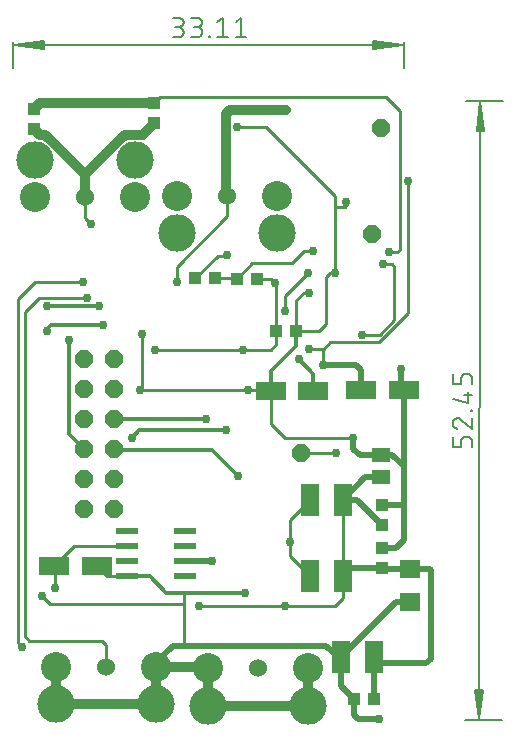
<source format=gbr>
G04 EAGLE Gerber RS-274X export*
G04 #@! %TF.Part,Single*
G04 #@! %TF.FileFunction,Copper,L1,Top,Mixed*
G04 #@! %TF.FilePolarity,Positive*
G04 #@! %TF.GenerationSoftware,Autodesk,EAGLE,9.1.0*
G04 #@! %TF.CreationDate,2018-07-26T08:16:40Z*
G75*
%MOMM*%
%FSLAX34Y34*%
%LPD*%
%AMOC8*
5,1,8,0,0,1.08239X$1,22.5*%
G01*
%ADD10C,0.130000*%
%ADD11C,0.152400*%
%ADD12R,1.968500X0.599100*%
%ADD13R,1.600000X2.700000*%
%ADD14R,1.500000X1.300000*%
%ADD15R,1.100000X1.000000*%
%ADD16R,1.000000X1.100000*%
%ADD17R,2.600000X1.600000*%
%ADD18R,1.800000X1.600000*%
%ADD19P,1.649562X8X202.500000*%
%ADD20P,1.649562X8X22.500000*%
%ADD21P,1.649562X8X112.500000*%
%ADD22C,1.524000*%
%ADD23C,2.540000*%
%ADD24C,3.175000*%
%ADD25C,0.756400*%
%ADD26C,0.254000*%
%ADD27C,0.304800*%
%ADD28C,0.508000*%
%ADD29C,0.812800*%


D10*
X9421Y709248D02*
X9421Y687051D01*
X340510Y687051D02*
X340510Y709248D01*
X339860Y706551D02*
X10071Y706551D01*
X35421Y709744D01*
X35421Y703359D01*
X10071Y706551D01*
X35421Y707851D01*
X35421Y705251D02*
X10071Y706551D01*
X35421Y709151D01*
X35421Y703951D02*
X10071Y706551D01*
X314510Y709744D02*
X339860Y706551D01*
X314510Y709744D02*
X314510Y703359D01*
X339860Y706551D01*
X314510Y707851D01*
X314510Y705251D02*
X339860Y706551D01*
X314510Y709151D01*
X314510Y703951D02*
X339860Y706551D01*
D11*
X149270Y713058D02*
X144755Y713058D01*
X149270Y713058D02*
X149403Y713060D01*
X149535Y713066D01*
X149667Y713076D01*
X149799Y713089D01*
X149931Y713107D01*
X150061Y713128D01*
X150192Y713153D01*
X150321Y713182D01*
X150449Y713215D01*
X150577Y713251D01*
X150703Y713291D01*
X150828Y713335D01*
X150952Y713383D01*
X151074Y713434D01*
X151195Y713489D01*
X151314Y713547D01*
X151432Y713609D01*
X151547Y713674D01*
X151661Y713743D01*
X151772Y713814D01*
X151881Y713890D01*
X151988Y713968D01*
X152093Y714049D01*
X152195Y714134D01*
X152295Y714221D01*
X152392Y714311D01*
X152487Y714404D01*
X152578Y714500D01*
X152667Y714598D01*
X152753Y714699D01*
X152836Y714803D01*
X152916Y714909D01*
X152992Y715017D01*
X153066Y715127D01*
X153136Y715240D01*
X153203Y715354D01*
X153266Y715471D01*
X153326Y715589D01*
X153383Y715709D01*
X153436Y715831D01*
X153485Y715954D01*
X153531Y716078D01*
X153573Y716204D01*
X153611Y716331D01*
X153646Y716459D01*
X153677Y716588D01*
X153704Y716717D01*
X153727Y716848D01*
X153747Y716979D01*
X153762Y717111D01*
X153774Y717243D01*
X153782Y717375D01*
X153786Y717508D01*
X153786Y717640D01*
X153782Y717773D01*
X153774Y717905D01*
X153762Y718037D01*
X153747Y718169D01*
X153727Y718300D01*
X153704Y718431D01*
X153677Y718560D01*
X153646Y718689D01*
X153611Y718817D01*
X153573Y718944D01*
X153531Y719070D01*
X153485Y719194D01*
X153436Y719317D01*
X153383Y719439D01*
X153326Y719559D01*
X153266Y719677D01*
X153203Y719794D01*
X153136Y719908D01*
X153066Y720021D01*
X152992Y720131D01*
X152916Y720239D01*
X152836Y720345D01*
X152753Y720449D01*
X152667Y720550D01*
X152578Y720648D01*
X152487Y720744D01*
X152392Y720837D01*
X152295Y720927D01*
X152195Y721014D01*
X152093Y721099D01*
X151988Y721180D01*
X151881Y721258D01*
X151772Y721334D01*
X151661Y721405D01*
X151547Y721474D01*
X151432Y721539D01*
X151314Y721601D01*
X151195Y721659D01*
X151074Y721714D01*
X150952Y721765D01*
X150828Y721813D01*
X150703Y721857D01*
X150577Y721897D01*
X150449Y721933D01*
X150321Y721966D01*
X150192Y721995D01*
X150061Y722020D01*
X149931Y722041D01*
X149799Y722059D01*
X149667Y722072D01*
X149535Y722082D01*
X149403Y722088D01*
X149270Y722090D01*
X150173Y729314D02*
X144755Y729314D01*
X150173Y729314D02*
X150292Y729312D01*
X150412Y729306D01*
X150531Y729296D01*
X150649Y729282D01*
X150768Y729265D01*
X150885Y729243D01*
X151002Y729218D01*
X151117Y729188D01*
X151232Y729155D01*
X151346Y729118D01*
X151458Y729078D01*
X151569Y729033D01*
X151678Y728985D01*
X151786Y728934D01*
X151892Y728879D01*
X151996Y728820D01*
X152098Y728758D01*
X152198Y728693D01*
X152296Y728624D01*
X152392Y728552D01*
X152485Y728477D01*
X152575Y728400D01*
X152663Y728319D01*
X152748Y728235D01*
X152830Y728148D01*
X152910Y728059D01*
X152986Y727967D01*
X153060Y727873D01*
X153130Y727776D01*
X153197Y727678D01*
X153261Y727577D01*
X153321Y727473D01*
X153378Y727368D01*
X153431Y727261D01*
X153481Y727153D01*
X153527Y727043D01*
X153569Y726931D01*
X153608Y726818D01*
X153643Y726704D01*
X153674Y726589D01*
X153702Y726472D01*
X153725Y726355D01*
X153745Y726238D01*
X153761Y726119D01*
X153773Y726000D01*
X153781Y725881D01*
X153785Y725762D01*
X153785Y725642D01*
X153781Y725523D01*
X153773Y725404D01*
X153761Y725285D01*
X153745Y725166D01*
X153725Y725049D01*
X153702Y724932D01*
X153674Y724815D01*
X153643Y724700D01*
X153608Y724586D01*
X153569Y724473D01*
X153527Y724361D01*
X153481Y724251D01*
X153431Y724143D01*
X153378Y724036D01*
X153321Y723931D01*
X153261Y723827D01*
X153197Y723726D01*
X153130Y723628D01*
X153060Y723531D01*
X152986Y723437D01*
X152910Y723345D01*
X152830Y723256D01*
X152748Y723169D01*
X152663Y723085D01*
X152575Y723004D01*
X152485Y722927D01*
X152392Y722852D01*
X152296Y722780D01*
X152198Y722711D01*
X152098Y722646D01*
X151996Y722584D01*
X151892Y722525D01*
X151786Y722470D01*
X151678Y722419D01*
X151569Y722371D01*
X151458Y722326D01*
X151346Y722286D01*
X151232Y722249D01*
X151117Y722216D01*
X151002Y722186D01*
X150885Y722161D01*
X150768Y722139D01*
X150649Y722122D01*
X150531Y722108D01*
X150412Y722098D01*
X150292Y722092D01*
X150173Y722090D01*
X150173Y722089D02*
X146561Y722089D01*
X160386Y713058D02*
X164901Y713058D01*
X165034Y713060D01*
X165166Y713066D01*
X165298Y713076D01*
X165430Y713089D01*
X165562Y713107D01*
X165692Y713128D01*
X165823Y713153D01*
X165952Y713182D01*
X166080Y713215D01*
X166208Y713251D01*
X166334Y713291D01*
X166459Y713335D01*
X166583Y713383D01*
X166705Y713434D01*
X166826Y713489D01*
X166945Y713547D01*
X167063Y713609D01*
X167178Y713674D01*
X167292Y713743D01*
X167403Y713814D01*
X167512Y713890D01*
X167619Y713968D01*
X167724Y714049D01*
X167826Y714134D01*
X167926Y714221D01*
X168023Y714311D01*
X168118Y714404D01*
X168209Y714500D01*
X168298Y714598D01*
X168384Y714699D01*
X168467Y714803D01*
X168547Y714909D01*
X168623Y715017D01*
X168697Y715127D01*
X168767Y715240D01*
X168834Y715354D01*
X168897Y715471D01*
X168957Y715589D01*
X169014Y715709D01*
X169067Y715831D01*
X169116Y715954D01*
X169162Y716078D01*
X169204Y716204D01*
X169242Y716331D01*
X169277Y716459D01*
X169308Y716588D01*
X169335Y716717D01*
X169358Y716848D01*
X169378Y716979D01*
X169393Y717111D01*
X169405Y717243D01*
X169413Y717375D01*
X169417Y717508D01*
X169417Y717640D01*
X169413Y717773D01*
X169405Y717905D01*
X169393Y718037D01*
X169378Y718169D01*
X169358Y718300D01*
X169335Y718431D01*
X169308Y718560D01*
X169277Y718689D01*
X169242Y718817D01*
X169204Y718944D01*
X169162Y719070D01*
X169116Y719194D01*
X169067Y719317D01*
X169014Y719439D01*
X168957Y719559D01*
X168897Y719677D01*
X168834Y719794D01*
X168767Y719908D01*
X168697Y720021D01*
X168623Y720131D01*
X168547Y720239D01*
X168467Y720345D01*
X168384Y720449D01*
X168298Y720550D01*
X168209Y720648D01*
X168118Y720744D01*
X168023Y720837D01*
X167926Y720927D01*
X167826Y721014D01*
X167724Y721099D01*
X167619Y721180D01*
X167512Y721258D01*
X167403Y721334D01*
X167292Y721405D01*
X167178Y721474D01*
X167063Y721539D01*
X166945Y721601D01*
X166826Y721659D01*
X166705Y721714D01*
X166583Y721765D01*
X166459Y721813D01*
X166334Y721857D01*
X166208Y721897D01*
X166080Y721933D01*
X165952Y721966D01*
X165823Y721995D01*
X165692Y722020D01*
X165562Y722041D01*
X165430Y722059D01*
X165298Y722072D01*
X165166Y722082D01*
X165034Y722088D01*
X164901Y722090D01*
X165805Y729314D02*
X160386Y729314D01*
X165805Y729314D02*
X165924Y729312D01*
X166044Y729306D01*
X166163Y729296D01*
X166281Y729282D01*
X166400Y729265D01*
X166517Y729243D01*
X166634Y729218D01*
X166749Y729188D01*
X166864Y729155D01*
X166978Y729118D01*
X167090Y729078D01*
X167201Y729033D01*
X167310Y728985D01*
X167418Y728934D01*
X167524Y728879D01*
X167628Y728820D01*
X167730Y728758D01*
X167830Y728693D01*
X167928Y728624D01*
X168024Y728552D01*
X168117Y728477D01*
X168207Y728400D01*
X168295Y728319D01*
X168380Y728235D01*
X168462Y728148D01*
X168542Y728059D01*
X168618Y727967D01*
X168692Y727873D01*
X168762Y727776D01*
X168829Y727678D01*
X168893Y727577D01*
X168953Y727473D01*
X169010Y727368D01*
X169063Y727261D01*
X169113Y727153D01*
X169159Y727043D01*
X169201Y726931D01*
X169240Y726818D01*
X169275Y726704D01*
X169306Y726589D01*
X169334Y726472D01*
X169357Y726355D01*
X169377Y726238D01*
X169393Y726119D01*
X169405Y726000D01*
X169413Y725881D01*
X169417Y725762D01*
X169417Y725642D01*
X169413Y725523D01*
X169405Y725404D01*
X169393Y725285D01*
X169377Y725166D01*
X169357Y725049D01*
X169334Y724932D01*
X169306Y724815D01*
X169275Y724700D01*
X169240Y724586D01*
X169201Y724473D01*
X169159Y724361D01*
X169113Y724251D01*
X169063Y724143D01*
X169010Y724036D01*
X168953Y723931D01*
X168893Y723827D01*
X168829Y723726D01*
X168762Y723628D01*
X168692Y723531D01*
X168618Y723437D01*
X168542Y723345D01*
X168462Y723256D01*
X168380Y723169D01*
X168295Y723085D01*
X168207Y723004D01*
X168117Y722927D01*
X168024Y722852D01*
X167928Y722780D01*
X167830Y722711D01*
X167730Y722646D01*
X167628Y722584D01*
X167524Y722525D01*
X167418Y722470D01*
X167310Y722419D01*
X167201Y722371D01*
X167090Y722326D01*
X166978Y722286D01*
X166864Y722249D01*
X166749Y722216D01*
X166634Y722186D01*
X166517Y722161D01*
X166400Y722139D01*
X166281Y722122D01*
X166163Y722108D01*
X166044Y722098D01*
X165924Y722092D01*
X165805Y722090D01*
X165805Y722089D02*
X162192Y722089D01*
X175392Y713961D02*
X175392Y713058D01*
X175392Y713961D02*
X176295Y713961D01*
X176295Y713058D01*
X175392Y713058D01*
X182270Y725702D02*
X186785Y729314D01*
X186785Y713058D01*
X182270Y713058D02*
X191301Y713058D01*
X197901Y725702D02*
X202416Y729314D01*
X202416Y713058D01*
X197901Y713058D02*
X206932Y713058D01*
D10*
X391653Y134838D02*
X423277Y134757D01*
X424622Y659277D02*
X392999Y659358D01*
X405121Y658677D02*
X403778Y135457D01*
X400651Y160815D01*
X407036Y160799D01*
X403778Y135457D01*
X402543Y160810D01*
X405143Y160803D02*
X403778Y135457D01*
X401243Y160813D01*
X406443Y160800D02*
X403778Y135457D01*
X401863Y633335D02*
X405121Y658677D01*
X401863Y633335D02*
X408248Y633319D01*
X405121Y658677D01*
X403756Y633330D01*
X406356Y633323D02*
X405121Y658677D01*
X402456Y633333D01*
X407656Y633320D02*
X405121Y658677D01*
D11*
X397882Y371355D02*
X397863Y365936D01*
X397882Y371354D02*
X397880Y371473D01*
X397875Y371591D01*
X397866Y371709D01*
X397853Y371826D01*
X397836Y371943D01*
X397815Y372059D01*
X397790Y372175D01*
X397762Y372290D01*
X397730Y372403D01*
X397694Y372516D01*
X397655Y372628D01*
X397612Y372738D01*
X397565Y372846D01*
X397515Y372953D01*
X397461Y373059D01*
X397404Y373162D01*
X397344Y373264D01*
X397280Y373363D01*
X397213Y373461D01*
X397143Y373556D01*
X397070Y373649D01*
X396994Y373739D01*
X396915Y373827D01*
X396833Y373912D01*
X396748Y373995D01*
X396661Y374074D01*
X396571Y374151D01*
X396479Y374225D01*
X396384Y374296D01*
X396287Y374363D01*
X396188Y374428D01*
X396087Y374489D01*
X395984Y374547D01*
X395879Y374601D01*
X395772Y374652D01*
X395664Y374699D01*
X395554Y374743D01*
X395443Y374783D01*
X395331Y374820D01*
X395217Y374853D01*
X395102Y374882D01*
X394987Y374907D01*
X394871Y374929D01*
X394754Y374946D01*
X394637Y374960D01*
X394519Y374970D01*
X394401Y374977D01*
X394283Y374979D01*
X394282Y374980D02*
X392476Y374986D01*
X392477Y374986D02*
X392358Y374984D01*
X392240Y374979D01*
X392123Y374970D01*
X392005Y374957D01*
X391888Y374940D01*
X391772Y374919D01*
X391656Y374894D01*
X391541Y374866D01*
X391428Y374834D01*
X391315Y374798D01*
X391203Y374759D01*
X391093Y374716D01*
X390985Y374669D01*
X390878Y374619D01*
X390772Y374565D01*
X390669Y374508D01*
X390567Y374448D01*
X390468Y374384D01*
X390370Y374317D01*
X390275Y374247D01*
X390182Y374174D01*
X390092Y374098D01*
X390004Y374019D01*
X389919Y373937D01*
X389836Y373852D01*
X389757Y373765D01*
X389680Y373675D01*
X389606Y373583D01*
X389535Y373488D01*
X389468Y373391D01*
X389403Y373292D01*
X389342Y373191D01*
X389284Y373088D01*
X389230Y372983D01*
X389179Y372876D01*
X389132Y372768D01*
X389088Y372658D01*
X389048Y372547D01*
X389011Y372435D01*
X388978Y372321D01*
X388949Y372206D01*
X388924Y372091D01*
X388902Y371975D01*
X388885Y371858D01*
X388871Y371741D01*
X388861Y371623D01*
X388854Y371505D01*
X388852Y371387D01*
X388851Y371386D02*
X388832Y365968D01*
X381607Y365993D01*
X381639Y375024D01*
X381679Y386591D02*
X381681Y386716D01*
X381688Y386841D01*
X381698Y386966D01*
X381712Y387090D01*
X381729Y387214D01*
X381751Y387338D01*
X381776Y387460D01*
X381805Y387582D01*
X381838Y387703D01*
X381875Y387822D01*
X381915Y387941D01*
X381959Y388058D01*
X382006Y388174D01*
X382057Y388288D01*
X382111Y388401D01*
X382169Y388512D01*
X382231Y388621D01*
X382295Y388728D01*
X382363Y388834D01*
X382434Y388937D01*
X382508Y389037D01*
X382586Y389136D01*
X382666Y389232D01*
X382749Y389325D01*
X382835Y389416D01*
X382924Y389504D01*
X383016Y389590D01*
X383110Y389672D01*
X383206Y389752D01*
X383305Y389829D01*
X383407Y389902D01*
X383510Y389973D01*
X383616Y390040D01*
X383723Y390104D01*
X383833Y390164D01*
X383944Y390221D01*
X384057Y390275D01*
X384172Y390325D01*
X384288Y390372D01*
X384406Y390415D01*
X384525Y390454D01*
X384645Y390490D01*
X384766Y390522D01*
X384887Y390550D01*
X385010Y390574D01*
X385134Y390595D01*
X385258Y390612D01*
X385382Y390625D01*
X385507Y390634D01*
X385632Y390639D01*
X385757Y390641D01*
X381679Y386591D02*
X381680Y386448D01*
X381686Y386306D01*
X381695Y386163D01*
X381708Y386021D01*
X381725Y385880D01*
X381746Y385738D01*
X381771Y385598D01*
X381799Y385458D01*
X381832Y385319D01*
X381868Y385181D01*
X381908Y385044D01*
X381952Y384908D01*
X381999Y384773D01*
X382050Y384640D01*
X382105Y384508D01*
X382163Y384378D01*
X382225Y384249D01*
X382290Y384122D01*
X382359Y383997D01*
X382431Y383874D01*
X382506Y383753D01*
X382585Y383634D01*
X382667Y383517D01*
X382752Y383402D01*
X382840Y383290D01*
X382932Y383180D01*
X383026Y383073D01*
X383123Y382969D01*
X383223Y382867D01*
X383325Y382768D01*
X383431Y382671D01*
X383539Y382578D01*
X383649Y382487D01*
X383762Y382400D01*
X383877Y382316D01*
X383995Y382235D01*
X384115Y382157D01*
X384236Y382083D01*
X384360Y382011D01*
X384486Y381944D01*
X384613Y381879D01*
X384742Y381819D01*
X384873Y381762D01*
X385005Y381708D01*
X385139Y381658D01*
X385274Y381612D01*
X388913Y389275D02*
X388822Y389369D01*
X388728Y389460D01*
X388631Y389548D01*
X388532Y389633D01*
X388430Y389715D01*
X388325Y389794D01*
X388219Y389870D01*
X388110Y389943D01*
X387999Y390012D01*
X387886Y390078D01*
X387771Y390141D01*
X387654Y390200D01*
X387535Y390256D01*
X387415Y390308D01*
X387294Y390356D01*
X387170Y390401D01*
X387046Y390442D01*
X386921Y390479D01*
X386794Y390512D01*
X386667Y390542D01*
X386538Y390568D01*
X386409Y390590D01*
X386279Y390608D01*
X386149Y390622D01*
X386019Y390632D01*
X385888Y390639D01*
X385757Y390641D01*
X388914Y389275D02*
X397918Y381567D01*
X397949Y390598D01*
X397970Y396573D02*
X397067Y396576D01*
X397070Y397479D01*
X397973Y397476D01*
X397970Y396573D01*
X394382Y403463D02*
X381751Y407120D01*
X394382Y403463D02*
X394413Y412494D01*
X390791Y409798D02*
X398016Y409773D01*
X398049Y419082D02*
X398068Y424501D01*
X398067Y424500D02*
X398065Y424619D01*
X398060Y424737D01*
X398051Y424855D01*
X398038Y424972D01*
X398021Y425089D01*
X398000Y425205D01*
X397975Y425321D01*
X397947Y425436D01*
X397915Y425549D01*
X397879Y425662D01*
X397840Y425774D01*
X397797Y425884D01*
X397750Y425992D01*
X397700Y426099D01*
X397646Y426205D01*
X397589Y426308D01*
X397529Y426410D01*
X397465Y426509D01*
X397398Y426607D01*
X397328Y426702D01*
X397255Y426795D01*
X397179Y426885D01*
X397100Y426973D01*
X397018Y427058D01*
X396933Y427141D01*
X396846Y427220D01*
X396756Y427297D01*
X396664Y427371D01*
X396569Y427442D01*
X396472Y427509D01*
X396373Y427574D01*
X396272Y427635D01*
X396169Y427693D01*
X396064Y427747D01*
X395957Y427798D01*
X395849Y427845D01*
X395739Y427889D01*
X395628Y427929D01*
X395516Y427966D01*
X395402Y427999D01*
X395287Y428028D01*
X395172Y428053D01*
X395056Y428075D01*
X394939Y428092D01*
X394822Y428106D01*
X394704Y428116D01*
X394586Y428123D01*
X394468Y428125D01*
X394468Y428126D02*
X392662Y428132D01*
X392543Y428130D01*
X392425Y428125D01*
X392308Y428116D01*
X392190Y428103D01*
X392073Y428086D01*
X391957Y428065D01*
X391841Y428040D01*
X391726Y428012D01*
X391613Y427980D01*
X391500Y427944D01*
X391388Y427905D01*
X391278Y427862D01*
X391170Y427815D01*
X391063Y427765D01*
X390957Y427711D01*
X390854Y427654D01*
X390752Y427594D01*
X390653Y427530D01*
X390555Y427463D01*
X390460Y427393D01*
X390367Y427320D01*
X390277Y427244D01*
X390189Y427165D01*
X390104Y427083D01*
X390021Y426998D01*
X389942Y426911D01*
X389865Y426821D01*
X389791Y426729D01*
X389720Y426634D01*
X389653Y426537D01*
X389588Y426438D01*
X389527Y426337D01*
X389469Y426234D01*
X389415Y426129D01*
X389364Y426022D01*
X389317Y425914D01*
X389273Y425804D01*
X389233Y425693D01*
X389196Y425581D01*
X389163Y425467D01*
X389134Y425352D01*
X389109Y425237D01*
X389087Y425121D01*
X389070Y425004D01*
X389056Y424887D01*
X389046Y424769D01*
X389039Y424651D01*
X389037Y424533D01*
X389037Y424532D02*
X389018Y419113D01*
X381793Y419139D01*
X381824Y428170D01*
D12*
X105889Y294804D03*
X105889Y282104D03*
X105889Y269404D03*
X105889Y256704D03*
X155357Y256704D03*
X155357Y269404D03*
X155357Y282104D03*
X155357Y294804D03*
D13*
X288625Y321501D03*
X260625Y321501D03*
D14*
X321064Y340392D03*
X321064Y359392D03*
D15*
X314894Y152742D03*
X297894Y152742D03*
D13*
X288911Y256934D03*
X260911Y256934D03*
D16*
X128800Y657385D03*
X128800Y640385D03*
D17*
X304414Y414406D03*
X340414Y414406D03*
X44226Y265617D03*
X80226Y265617D03*
D16*
X321749Y263527D03*
X321749Y280527D03*
D17*
X263730Y413378D03*
X227730Y413378D03*
D15*
X232227Y464612D03*
X249227Y464612D03*
D18*
X345869Y262940D03*
X345869Y234940D03*
D16*
X322089Y300171D03*
X322089Y317171D03*
D13*
X315170Y188514D03*
X287170Y188514D03*
D19*
X253531Y361032D03*
D20*
X313223Y546662D03*
X320969Y636427D03*
D21*
X69519Y313352D03*
X69519Y338752D03*
X69519Y364152D03*
X69519Y389552D03*
X69519Y414952D03*
X69519Y440352D03*
X94919Y313352D03*
X94919Y338752D03*
X94919Y364152D03*
X94919Y389552D03*
X94919Y414952D03*
X94919Y440352D03*
D16*
X198600Y508792D03*
X215600Y508792D03*
X163585Y508848D03*
X180585Y508848D03*
D15*
X27273Y652480D03*
X27273Y635480D03*
D22*
X70262Y577677D03*
D23*
X112807Y577677D03*
X27717Y577677D03*
D24*
X112807Y609173D03*
X27717Y609173D03*
D22*
X88293Y179683D03*
D23*
X45748Y179683D03*
X130838Y179683D03*
D24*
X45748Y148187D03*
X130838Y148187D03*
D22*
X190433Y578705D03*
D23*
X147888Y578705D03*
X232978Y578705D03*
D24*
X147888Y547209D03*
X232978Y547209D03*
D22*
X216814Y178725D03*
D23*
X174269Y178725D03*
X259359Y178725D03*
D24*
X174269Y147229D03*
X259359Y147229D03*
D25*
X116722Y414751D03*
X208069Y414665D03*
D26*
X119121Y414665D01*
X116809Y414665D01*
X116722Y414751D01*
D27*
X208069Y414665D02*
X208575Y414637D01*
D26*
X208069Y414665D02*
X226444Y414665D01*
X227730Y413378D01*
D27*
X227730Y430679D01*
X248962Y451911D01*
X248962Y464347D01*
X249227Y464612D01*
X125478Y256704D02*
X105889Y256704D01*
X125478Y256704D02*
X139244Y242938D01*
X154922Y242938D01*
X204478Y242938D01*
X204484Y242944D01*
X205765Y242944D01*
X205872Y242838D01*
D25*
X205872Y242838D03*
D26*
X154922Y242938D02*
X154390Y242407D01*
X154390Y233222D01*
X154390Y198632D01*
X89139Y256704D02*
X80226Y265617D01*
X89139Y256704D02*
X105889Y256704D01*
X249227Y464612D02*
X249227Y490215D01*
X255536Y496524D02*
X260149Y496524D01*
D25*
X260149Y496524D03*
D26*
X255536Y496524D02*
X249227Y490215D01*
X249227Y464612D02*
X268522Y464612D01*
X274447Y470537D01*
X274447Y509806D01*
X277686Y513044D01*
X282142Y513044D01*
X282164Y513067D01*
D25*
X282164Y513067D03*
D26*
X282164Y570365D01*
X282164Y578864D01*
X223796Y637233D01*
X198806Y637233D01*
X198767Y637194D01*
D25*
X198767Y637194D03*
D26*
X118244Y416100D02*
X116809Y414665D01*
D25*
X118619Y461698D03*
D26*
X118619Y415167D01*
X119121Y414665D01*
X227730Y413378D02*
X227730Y385705D01*
X239572Y373864D01*
X297260Y373864D01*
X297365Y373760D01*
D25*
X297365Y373760D03*
X243676Y286033D03*
D26*
X243676Y304553D01*
X260625Y321501D01*
X243676Y286033D02*
X243676Y274169D01*
X260911Y256934D01*
D28*
X284268Y188514D02*
X287170Y188514D01*
X284268Y188514D02*
X274788Y197995D01*
X287170Y188514D02*
X287170Y163466D01*
X297894Y152742D01*
D26*
X154390Y233222D02*
X40520Y233222D01*
X34098Y239645D02*
X34098Y240088D01*
D25*
X34098Y240088D03*
D26*
X34098Y239645D02*
X40520Y233222D01*
D28*
X302751Y359392D02*
X321064Y359392D01*
X297365Y364778D02*
X297365Y373760D01*
X297365Y364778D02*
X302751Y359392D01*
X321064Y359392D02*
X330646Y359392D01*
X340094Y349944D01*
X340094Y317608D01*
X340094Y287043D01*
X333579Y280527D02*
X321749Y280527D01*
X333579Y280527D02*
X340094Y287043D01*
X339657Y317171D02*
X322089Y317171D01*
X339657Y317171D02*
X340094Y317608D01*
X340414Y350264D02*
X340414Y414406D01*
X340414Y350264D02*
X340094Y349944D01*
D25*
X319071Y135672D03*
D28*
X301437Y135672D01*
X297819Y139290D01*
X297894Y139364D01*
X297894Y152742D01*
X287170Y188514D02*
X333595Y234940D01*
X345869Y234940D01*
D25*
X337971Y432346D03*
D28*
X337971Y416848D01*
X340414Y414406D01*
D26*
X283250Y569279D02*
X282164Y570365D01*
X283250Y569279D02*
X290098Y569279D01*
X291183Y570365D01*
X291183Y573259D01*
D25*
X291183Y573259D03*
D29*
X45748Y179683D02*
X45748Y148187D01*
X130838Y148187D01*
X130838Y179683D01*
X130838Y184061D01*
D28*
X144772Y197995D01*
X155028Y197995D02*
X274788Y197995D01*
X155028Y197995D02*
X144772Y197995D01*
D26*
X154390Y198632D02*
X155028Y197995D01*
D29*
X173310Y179683D02*
X130838Y179683D01*
X173310Y179683D02*
X174269Y178725D01*
X174269Y147229D01*
X259359Y147229D01*
X259359Y178725D01*
D26*
X163585Y508848D02*
X182819Y528083D01*
X190039Y528083D02*
X190530Y528574D01*
D25*
X190530Y528574D03*
D26*
X190039Y528083D02*
X182819Y528083D01*
X245689Y522012D02*
X255914Y532237D01*
X263110Y532237D01*
D25*
X263110Y532237D03*
D26*
X198544Y508848D02*
X180585Y508848D01*
X198544Y508848D02*
X198600Y508792D01*
X211819Y522012D01*
X245689Y522012D01*
X147888Y506548D02*
X147747Y506406D01*
X147747Y505897D01*
X147829Y505814D01*
D25*
X147829Y505814D03*
D29*
X240222Y651283D02*
X239956Y651549D01*
X240222Y651283D02*
X240487Y651549D01*
X240487Y651549D01*
D25*
X240487Y651549D03*
D29*
X192990Y651549D01*
X189397Y647956D02*
X189397Y579741D01*
X189397Y647956D02*
X192990Y651549D01*
X189397Y579741D02*
X190433Y578705D01*
D26*
X147829Y518646D02*
X147829Y505814D01*
X190658Y561475D02*
X190658Y578480D01*
X189397Y579741D01*
X190658Y561475D02*
X147829Y518646D01*
D25*
X239361Y481123D03*
D26*
X239361Y493704D01*
X259499Y513842D01*
X259499Y513816D01*
X259424Y513741D01*
D25*
X259424Y513741D03*
D29*
X27868Y634885D02*
X27273Y635480D01*
D25*
X75272Y555102D03*
D26*
X70262Y560113D01*
X70262Y574349D01*
X70262Y577677D01*
D29*
X32116Y630636D02*
X27273Y635480D01*
X32116Y630636D02*
X36607Y630636D01*
X70262Y596982D01*
X70262Y577677D02*
X70262Y574349D01*
X103917Y630636D02*
X119051Y630636D01*
X128800Y640385D01*
X70262Y596982D02*
X70262Y577677D01*
X70262Y596982D02*
X103917Y630636D01*
D25*
X71971Y492699D03*
D26*
X31085Y492441D01*
X19263Y480620D01*
X19263Y206169D01*
X23167Y202265D01*
X84751Y202265D01*
X88293Y198722D01*
X88293Y179683D01*
D25*
X282706Y360896D03*
D26*
X253667Y360896D01*
X253531Y361032D01*
D25*
X251551Y440356D03*
D27*
X263730Y427891D01*
X263730Y413378D01*
D28*
X175603Y269404D02*
X155357Y269404D01*
X175603Y269404D02*
X175636Y269437D01*
X177860Y269437D01*
X177949Y269526D01*
D25*
X177949Y269526D03*
D27*
X94919Y389552D02*
X95248Y389880D01*
D25*
X173055Y389783D03*
D27*
X95345Y389783D01*
X95248Y389880D01*
X94919Y364152D02*
X95180Y363891D01*
D25*
X200161Y341934D03*
D27*
X178203Y363891D01*
X95180Y363891D01*
D25*
X189318Y380213D03*
D27*
X115974Y380213D01*
X110551Y374790D01*
X110551Y374471D01*
X110232Y374152D01*
D25*
X110232Y374152D03*
X38340Y485439D03*
D27*
X80745Y485439D01*
X80870Y485315D01*
X81608Y485315D01*
X81792Y485499D01*
D25*
X81792Y485499D03*
X85336Y469187D03*
D27*
X41497Y469187D01*
X38396Y466086D01*
X38396Y465200D01*
X37953Y464757D01*
D25*
X37953Y464757D03*
X68648Y506215D03*
D26*
X27973Y506215D01*
X13559Y491801D01*
X17299Y196423D02*
X17299Y196411D01*
D25*
X17299Y196411D03*
D26*
X13559Y200163D02*
X13559Y491801D01*
X13559Y200163D02*
X17299Y196423D01*
D25*
X56891Y456674D03*
D27*
X56891Y376780D01*
X69519Y364152D01*
D25*
X129167Y448222D03*
D26*
X203342Y448435D01*
X203425Y448518D01*
X204413Y448518D01*
D25*
X204413Y448518D03*
D26*
X44651Y266042D02*
X44226Y265617D01*
X44651Y266042D02*
X60714Y282104D01*
X105889Y282104D01*
D25*
X239240Y231257D03*
D26*
X166814Y231257D01*
X166612Y231054D01*
X166612Y231095D01*
X166458Y231249D01*
D25*
X166458Y231249D03*
X44651Y246556D03*
D26*
X44651Y266042D01*
X204413Y448518D02*
X227380Y448518D01*
X232112Y453250D01*
X232112Y464497D01*
X232227Y464612D01*
X229244Y505135D02*
X229091Y505289D01*
X229244Y505135D02*
X231551Y505135D01*
D25*
X231551Y505135D03*
D26*
X260423Y448986D02*
X272335Y448986D01*
X260423Y448986D02*
X260384Y448947D01*
X259595Y448947D01*
X259570Y448973D01*
D25*
X259570Y448973D03*
D26*
X272151Y448801D02*
X272335Y448986D01*
X272151Y435954D02*
X272144Y435948D01*
D25*
X272144Y435948D03*
D26*
X272151Y435954D02*
X272151Y448801D01*
X281657Y231257D02*
X239240Y231257D01*
X288911Y238511D02*
X288911Y256934D01*
X288911Y238511D02*
X281657Y231257D01*
X288911Y256934D02*
X288625Y257220D01*
X288625Y321501D01*
X319387Y454703D02*
X344109Y479425D01*
X278053Y454703D02*
X272335Y448986D01*
X278053Y454703D02*
X319387Y454703D01*
X344109Y479425D02*
X344109Y590923D01*
X343925Y591108D01*
X343702Y591108D01*
D25*
X343702Y591108D03*
D28*
X307515Y340392D02*
X288625Y321501D01*
X307515Y340392D02*
X321064Y340392D01*
X300759Y321501D02*
X322089Y300171D01*
X300759Y321501D02*
X288625Y321501D01*
X295505Y263527D02*
X288911Y256934D01*
X295505Y263527D02*
X319082Y263527D01*
X321749Y263527D01*
X321593Y263372D01*
X315170Y153017D02*
X314894Y152742D01*
X315170Y153017D02*
X315170Y182913D01*
X315170Y188514D01*
X272433Y435658D02*
X272144Y435948D01*
X272433Y435658D02*
X299796Y435658D01*
X304414Y431041D01*
X304414Y414406D01*
X319670Y262940D02*
X345869Y262940D01*
X319670Y262940D02*
X319082Y263527D01*
X345869Y262940D02*
X361702Y262940D01*
X362887Y261755D01*
X362887Y186967D01*
X358833Y182913D02*
X315170Y182913D01*
X358833Y182913D02*
X362887Y186967D01*
D26*
X227894Y508792D02*
X215600Y508792D01*
X227894Y508792D02*
X231551Y505135D01*
X232227Y504459D01*
X232227Y464612D01*
D25*
X322475Y520818D03*
D26*
X330027Y520818D01*
X332244Y518601D01*
X332244Y473307D01*
X320307Y461371D01*
X306838Y461371D01*
X306592Y461310D01*
X305105Y461310D01*
X305073Y461279D01*
D25*
X305073Y461279D03*
X327980Y530969D03*
D26*
X334790Y530969D01*
X337126Y533305D01*
X337126Y650462D01*
X324881Y662707D01*
D29*
X32179Y657385D02*
X27273Y652480D01*
X32179Y657385D02*
X128800Y657385D01*
D26*
X134122Y662707D02*
X324881Y662707D01*
X134122Y662707D02*
X128800Y657385D01*
M02*

</source>
